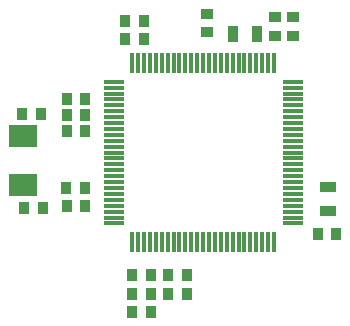
<source format=gbr>
%TF.GenerationSoftware,Altium Limited,Altium Designer,20.1.12 (249)*%
G04 Layer_Color=128*
%FSLAX45Y45*%
%MOMM*%
%TF.SameCoordinates,0418086A-757F-42B6-A3B9-695331E80F4B*%
%TF.FilePolarity,Positive*%
%TF.FileFunction,Paste,Bot*%
%TF.Part,Single*%
G01*
G75*
%TA.AperFunction,SMDPad,CuDef*%
%ADD12R,1.00000X0.95000*%
%ADD13R,0.95000X1.00000*%
%ADD21R,1.40000X0.95000*%
%ADD26R,0.95000X1.40000*%
%ADD66R,2.40000X1.90000*%
%ADD67R,1.75000X0.30000*%
%ADD68R,0.30000X1.75000*%
D12*
X3098500Y8837498D02*
D03*
Y8677499D02*
D03*
X3251002Y8837498D02*
D03*
Y8677499D02*
D03*
X2520000Y8870000D02*
D03*
Y8710000D02*
D03*
D13*
X2193498Y6654998D02*
D03*
X2353498D02*
D03*
Y6497498D02*
D03*
X2193498D02*
D03*
X2050999Y6340003D02*
D03*
X1891000D02*
D03*
X2050999Y6654998D02*
D03*
X1891000D02*
D03*
X1333500Y7874376D02*
D03*
X1493500D02*
D03*
X1333500Y8150001D02*
D03*
X1493500D02*
D03*
X1331001Y7389998D02*
D03*
X1491000D02*
D03*
X1333500Y8012501D02*
D03*
X1493500D02*
D03*
X3618499Y7005000D02*
D03*
X3458500D02*
D03*
X1828500Y8652500D02*
D03*
X1988500D02*
D03*
X1333500Y7240001D02*
D03*
X1493500D02*
D03*
X1828500Y8805001D02*
D03*
X1988500D02*
D03*
X2050999Y6497498D02*
D03*
X1891000D02*
D03*
X1116000Y8017500D02*
D03*
X956000D02*
D03*
X1131001Y7222500D02*
D03*
X971001D02*
D03*
D21*
X3543498Y7200001D02*
D03*
Y7400000D02*
D03*
D26*
X2943499Y8699998D02*
D03*
X2743500D02*
D03*
D66*
X960999Y7420000D02*
D03*
Y7830002D02*
D03*
D67*
X1732498Y7092498D02*
D03*
Y7142500D02*
D03*
Y7192503D02*
D03*
Y7242500D02*
D03*
Y7292503D02*
D03*
Y7392502D02*
D03*
Y7442500D02*
D03*
Y7492502D02*
D03*
Y7542500D02*
D03*
Y7642499D02*
D03*
Y7692502D02*
D03*
Y7742499D02*
D03*
Y7792502D02*
D03*
Y7842499D02*
D03*
Y7892501D02*
D03*
Y7942499D02*
D03*
Y8042499D02*
D03*
Y8192501D02*
D03*
Y8242498D02*
D03*
Y8292501D02*
D03*
X3247502D02*
D03*
Y8242498D02*
D03*
Y8192501D02*
D03*
Y8142498D02*
D03*
Y8092501D02*
D03*
Y8042499D02*
D03*
Y7992501D02*
D03*
Y7942499D02*
D03*
Y7892501D02*
D03*
Y7842499D02*
D03*
Y7792502D02*
D03*
Y7742499D02*
D03*
Y7692502D02*
D03*
Y7642499D02*
D03*
Y7592502D02*
D03*
Y7542500D02*
D03*
Y7492502D02*
D03*
Y7442500D02*
D03*
Y7392502D02*
D03*
Y7342500D02*
D03*
Y7292503D02*
D03*
Y7242500D02*
D03*
Y7192503D02*
D03*
Y7142500D02*
D03*
X1732498Y7992501D02*
D03*
Y7342500D02*
D03*
Y7592502D02*
D03*
Y8142498D02*
D03*
Y8092501D02*
D03*
X3247502Y7092498D02*
D03*
D68*
X1889999Y8450001D02*
D03*
X1940001D02*
D03*
X2040001D02*
D03*
X2089998D02*
D03*
X2140001D02*
D03*
X2189998D02*
D03*
X2240001D02*
D03*
X2289998D02*
D03*
X2340000D02*
D03*
X2390003D02*
D03*
X2440000D02*
D03*
X2490003D02*
D03*
X2540000D02*
D03*
X2590002D02*
D03*
X2640000D02*
D03*
X2690002D02*
D03*
X2740000D02*
D03*
X2790002D02*
D03*
X2839999D02*
D03*
X2890002D02*
D03*
X2939999D02*
D03*
X2990002D02*
D03*
X3039999D02*
D03*
X3090001Y6935003D02*
D03*
X3039999D02*
D03*
X2990002D02*
D03*
X2939999D02*
D03*
X2890002D02*
D03*
X2839999D02*
D03*
X2790002D02*
D03*
X2740000D02*
D03*
X2690002D02*
D03*
X2640000D02*
D03*
X2590002D02*
D03*
X2540000D02*
D03*
X2490003D02*
D03*
X2440000D02*
D03*
X2390003D02*
D03*
X2340000D02*
D03*
X2289998D02*
D03*
X2240001D02*
D03*
X2189998D02*
D03*
X2140001D02*
D03*
X2089998D02*
D03*
X2040001D02*
D03*
X1989999D02*
D03*
X1940001D02*
D03*
X1889999D02*
D03*
X1989999Y8450001D02*
D03*
X3090001D02*
D03*
%TF.MD5,ea782b652a139df9854d8ab1d917bfaa*%
M02*

</source>
